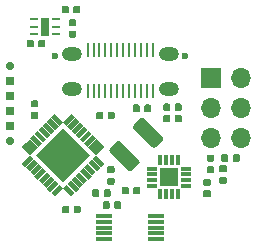
<source format=gbr>
G04 #@! TF.GenerationSoftware,KiCad,Pcbnew,(5.99.0-417-g8bd2765f3)*
G04 #@! TF.CreationDate,2020-07-20T21:20:45-04:00*
G04 #@! TF.ProjectId,bias,62696173-2e6b-4696-9361-645f70636258,rev?*
G04 #@! TF.SameCoordinates,Original*
G04 #@! TF.FileFunction,Soldermask,Top*
G04 #@! TF.FilePolarity,Negative*
%FSLAX46Y46*%
G04 Gerber Fmt 4.6, Leading zero omitted, Abs format (unit mm)*
G04 Created by KiCad (PCBNEW (5.99.0-417-g8bd2765f3)) date 2020-07-20 21:20:45*
%MOMM*%
%LPD*%
G04 APERTURE LIST*
%ADD10R,0.700000X0.700000*%
%ADD11C,0.704800*%
%ADD12C,0.400000*%
%ADD13R,0.850000X0.300000*%
%ADD14R,0.300000X0.850000*%
%ADD15R,1.550000X1.550000*%
%ADD16C,0.600000*%
%ADD17O,1.700000X1.200000*%
%ADD18R,0.270000X1.150000*%
%ADD19R,1.400000X0.300000*%
%ADD20R,1.700000X1.700000*%
%ADD21O,1.700000X1.700000*%
%ADD22R,0.800000X1.600000*%
%ADD23R,0.729800X0.248400*%
G04 APERTURE END LIST*
G36*
X199098146Y-105706628D02*
G01*
X199145998Y-105738602D01*
X199177972Y-105786454D01*
X199189200Y-105842900D01*
X199189200Y-106137900D01*
X199177972Y-106194346D01*
X199145998Y-106242198D01*
X199098146Y-106274172D01*
X199041700Y-106285400D01*
X198696700Y-106285400D01*
X198640254Y-106274172D01*
X198592402Y-106242198D01*
X198560428Y-106194346D01*
X198549200Y-106137900D01*
X198549200Y-105842900D01*
X198560428Y-105786454D01*
X198592402Y-105738602D01*
X198640254Y-105706628D01*
X198696700Y-105695400D01*
X199041700Y-105695400D01*
X199098146Y-105706628D01*
G37*
G36*
X199098146Y-106676628D02*
G01*
X199145998Y-106708602D01*
X199177972Y-106756454D01*
X199189200Y-106812900D01*
X199189200Y-107107900D01*
X199177972Y-107164346D01*
X199145998Y-107212198D01*
X199098146Y-107244172D01*
X199041700Y-107255400D01*
X198696700Y-107255400D01*
X198640254Y-107244172D01*
X198592402Y-107212198D01*
X198560428Y-107164346D01*
X198549200Y-107107900D01*
X198549200Y-106812900D01*
X198560428Y-106756454D01*
X198592402Y-106708602D01*
X198640254Y-106676628D01*
X198696700Y-106665400D01*
X199041700Y-106665400D01*
X199098146Y-106676628D01*
G37*
G36*
X195218146Y-92111628D02*
G01*
X195265998Y-92143602D01*
X195297972Y-92191454D01*
X195309200Y-92247900D01*
X195309200Y-92592900D01*
X195297972Y-92649346D01*
X195265998Y-92697198D01*
X195218146Y-92729172D01*
X195161700Y-92740400D01*
X194866700Y-92740400D01*
X194810254Y-92729172D01*
X194762402Y-92697198D01*
X194730428Y-92649346D01*
X194719200Y-92592900D01*
X194719200Y-92247900D01*
X194730428Y-92191454D01*
X194762402Y-92143602D01*
X194810254Y-92111628D01*
X194866700Y-92100400D01*
X195161700Y-92100400D01*
X195218146Y-92111628D01*
G37*
G36*
X196188146Y-92111628D02*
G01*
X196235998Y-92143602D01*
X196267972Y-92191454D01*
X196279200Y-92247900D01*
X196279200Y-92592900D01*
X196267972Y-92649346D01*
X196235998Y-92697198D01*
X196188146Y-92729172D01*
X196131700Y-92740400D01*
X195836700Y-92740400D01*
X195780254Y-92729172D01*
X195732402Y-92697198D01*
X195700428Y-92649346D01*
X195689200Y-92592900D01*
X195689200Y-92247900D01*
X195700428Y-92191454D01*
X195732402Y-92143602D01*
X195780254Y-92111628D01*
X195836700Y-92100400D01*
X196131700Y-92100400D01*
X196188146Y-92111628D01*
G37*
G36*
X198123146Y-101091628D02*
G01*
X198170998Y-101123602D01*
X198202972Y-101171454D01*
X198214200Y-101227900D01*
X198214200Y-101572900D01*
X198202972Y-101629346D01*
X198170998Y-101677198D01*
X198123146Y-101709172D01*
X198066700Y-101720400D01*
X197771700Y-101720400D01*
X197715254Y-101709172D01*
X197667402Y-101677198D01*
X197635428Y-101629346D01*
X197624200Y-101572900D01*
X197624200Y-101227900D01*
X197635428Y-101171454D01*
X197667402Y-101123602D01*
X197715254Y-101091628D01*
X197771700Y-101080400D01*
X198066700Y-101080400D01*
X198123146Y-101091628D01*
G37*
G36*
X199093146Y-101091628D02*
G01*
X199140998Y-101123602D01*
X199172972Y-101171454D01*
X199184200Y-101227900D01*
X199184200Y-101572900D01*
X199172972Y-101629346D01*
X199140998Y-101677198D01*
X199093146Y-101709172D01*
X199036700Y-101720400D01*
X198741700Y-101720400D01*
X198685254Y-101709172D01*
X198637402Y-101677198D01*
X198605428Y-101629346D01*
X198594200Y-101572900D01*
X198594200Y-101227900D01*
X198605428Y-101171454D01*
X198637402Y-101123602D01*
X198685254Y-101091628D01*
X198741700Y-101080400D01*
X199036700Y-101080400D01*
X199093146Y-101091628D01*
G37*
G36*
X197788146Y-107666628D02*
G01*
X197835998Y-107698602D01*
X197867972Y-107746454D01*
X197879200Y-107802900D01*
X197879200Y-108147900D01*
X197867972Y-108204346D01*
X197835998Y-108252198D01*
X197788146Y-108284172D01*
X197731700Y-108295400D01*
X197436700Y-108295400D01*
X197380254Y-108284172D01*
X197332402Y-108252198D01*
X197300428Y-108204346D01*
X197289200Y-108147900D01*
X197289200Y-107802900D01*
X197300428Y-107746454D01*
X197332402Y-107698602D01*
X197380254Y-107666628D01*
X197436700Y-107655400D01*
X197731700Y-107655400D01*
X197788146Y-107666628D01*
G37*
G36*
X198758146Y-107666628D02*
G01*
X198805998Y-107698602D01*
X198837972Y-107746454D01*
X198849200Y-107802900D01*
X198849200Y-108147900D01*
X198837972Y-108204346D01*
X198805998Y-108252198D01*
X198758146Y-108284172D01*
X198701700Y-108295400D01*
X198406700Y-108295400D01*
X198350254Y-108284172D01*
X198302402Y-108252198D01*
X198270428Y-108204346D01*
X198259200Y-108147900D01*
X198259200Y-107802900D01*
X198270428Y-107746454D01*
X198302402Y-107698602D01*
X198350254Y-107666628D01*
X198406700Y-107655400D01*
X198701700Y-107655400D01*
X198758146Y-107666628D01*
G37*
G36*
X209698146Y-104691628D02*
G01*
X209745998Y-104723602D01*
X209777972Y-104771454D01*
X209789200Y-104827900D01*
X209789200Y-105172900D01*
X209777972Y-105229346D01*
X209745998Y-105277198D01*
X209698146Y-105309172D01*
X209641700Y-105320400D01*
X209346700Y-105320400D01*
X209290254Y-105309172D01*
X209242402Y-105277198D01*
X209210428Y-105229346D01*
X209199200Y-105172900D01*
X209199200Y-104827900D01*
X209210428Y-104771454D01*
X209242402Y-104723602D01*
X209290254Y-104691628D01*
X209346700Y-104680400D01*
X209641700Y-104680400D01*
X209698146Y-104691628D01*
G37*
G36*
X208728146Y-104691628D02*
G01*
X208775998Y-104723602D01*
X208807972Y-104771454D01*
X208819200Y-104827900D01*
X208819200Y-105172900D01*
X208807972Y-105229346D01*
X208775998Y-105277198D01*
X208728146Y-105309172D01*
X208671700Y-105320400D01*
X208376700Y-105320400D01*
X208320254Y-105309172D01*
X208272402Y-105277198D01*
X208240428Y-105229346D01*
X208229200Y-105172900D01*
X208229200Y-104827900D01*
X208240428Y-104771454D01*
X208272402Y-104723602D01*
X208320254Y-104691628D01*
X208376700Y-104680400D01*
X208671700Y-104680400D01*
X208728146Y-104691628D01*
G37*
G36*
X208608146Y-106591628D02*
G01*
X208655998Y-106623602D01*
X208687972Y-106671454D01*
X208699200Y-106727900D01*
X208699200Y-107022900D01*
X208687972Y-107079346D01*
X208655998Y-107127198D01*
X208608146Y-107159172D01*
X208551700Y-107170400D01*
X208206700Y-107170400D01*
X208150254Y-107159172D01*
X208102402Y-107127198D01*
X208070428Y-107079346D01*
X208059200Y-107022900D01*
X208059200Y-106727900D01*
X208070428Y-106671454D01*
X208102402Y-106623602D01*
X208150254Y-106591628D01*
X208206700Y-106580400D01*
X208551700Y-106580400D01*
X208608146Y-106591628D01*
G37*
G36*
X208608146Y-105621628D02*
G01*
X208655998Y-105653602D01*
X208687972Y-105701454D01*
X208699200Y-105757900D01*
X208699200Y-106052900D01*
X208687972Y-106109346D01*
X208655998Y-106157198D01*
X208608146Y-106189172D01*
X208551700Y-106200400D01*
X208206700Y-106200400D01*
X208150254Y-106189172D01*
X208102402Y-106157198D01*
X208070428Y-106109346D01*
X208059200Y-106052900D01*
X208059200Y-105757900D01*
X208070428Y-105701454D01*
X208102402Y-105653602D01*
X208150254Y-105621628D01*
X208206700Y-105610400D01*
X208551700Y-105610400D01*
X208608146Y-105621628D01*
G37*
G36*
X207548146Y-105701628D02*
G01*
X207595998Y-105733602D01*
X207627972Y-105781454D01*
X207639200Y-105837900D01*
X207639200Y-106132900D01*
X207627972Y-106189346D01*
X207595998Y-106237198D01*
X207548146Y-106269172D01*
X207491700Y-106280400D01*
X207146700Y-106280400D01*
X207090254Y-106269172D01*
X207042402Y-106237198D01*
X207010428Y-106189346D01*
X206999200Y-106132900D01*
X206999200Y-105837900D01*
X207010428Y-105781454D01*
X207042402Y-105733602D01*
X207090254Y-105701628D01*
X207146700Y-105690400D01*
X207491700Y-105690400D01*
X207548146Y-105701628D01*
G37*
G36*
X207548146Y-104731628D02*
G01*
X207595998Y-104763602D01*
X207627972Y-104811454D01*
X207639200Y-104867900D01*
X207639200Y-105162900D01*
X207627972Y-105219346D01*
X207595998Y-105267198D01*
X207548146Y-105299172D01*
X207491700Y-105310400D01*
X207146700Y-105310400D01*
X207090254Y-105299172D01*
X207042402Y-105267198D01*
X207010428Y-105219346D01*
X206999200Y-105162900D01*
X206999200Y-104867900D01*
X207010428Y-104811454D01*
X207042402Y-104763602D01*
X207090254Y-104731628D01*
X207146700Y-104720400D01*
X207491700Y-104720400D01*
X207548146Y-104731628D01*
G37*
G36*
X203813146Y-101341628D02*
G01*
X203860998Y-101373602D01*
X203892972Y-101421454D01*
X203904200Y-101477900D01*
X203904200Y-101822900D01*
X203892972Y-101879346D01*
X203860998Y-101927198D01*
X203813146Y-101959172D01*
X203756700Y-101970400D01*
X203461700Y-101970400D01*
X203405254Y-101959172D01*
X203357402Y-101927198D01*
X203325428Y-101879346D01*
X203314200Y-101822900D01*
X203314200Y-101477900D01*
X203325428Y-101421454D01*
X203357402Y-101373602D01*
X203405254Y-101341628D01*
X203461700Y-101330400D01*
X203756700Y-101330400D01*
X203813146Y-101341628D01*
G37*
G36*
X204783146Y-101341628D02*
G01*
X204830998Y-101373602D01*
X204862972Y-101421454D01*
X204874200Y-101477900D01*
X204874200Y-101822900D01*
X204862972Y-101879346D01*
X204830998Y-101927198D01*
X204783146Y-101959172D01*
X204726700Y-101970400D01*
X204431700Y-101970400D01*
X204375254Y-101959172D01*
X204327402Y-101927198D01*
X204295428Y-101879346D01*
X204284200Y-101822900D01*
X204284200Y-101477900D01*
X204295428Y-101421454D01*
X204327402Y-101373602D01*
X204375254Y-101341628D01*
X204431700Y-101330400D01*
X204726700Y-101330400D01*
X204783146Y-101341628D01*
G37*
G36*
X200298146Y-107461628D02*
G01*
X200345998Y-107493602D01*
X200377972Y-107541454D01*
X200389200Y-107597900D01*
X200389200Y-107942900D01*
X200377972Y-107999346D01*
X200345998Y-108047198D01*
X200298146Y-108079172D01*
X200241700Y-108090400D01*
X199946700Y-108090400D01*
X199890254Y-108079172D01*
X199842402Y-108047198D01*
X199810428Y-107999346D01*
X199799200Y-107942900D01*
X199799200Y-107597900D01*
X199810428Y-107541454D01*
X199842402Y-107493602D01*
X199890254Y-107461628D01*
X199946700Y-107450400D01*
X200241700Y-107450400D01*
X200298146Y-107461628D01*
G37*
G36*
X201268146Y-107461628D02*
G01*
X201315998Y-107493602D01*
X201347972Y-107541454D01*
X201359200Y-107597900D01*
X201359200Y-107942900D01*
X201347972Y-107999346D01*
X201315998Y-108047198D01*
X201268146Y-108079172D01*
X201211700Y-108090400D01*
X200916700Y-108090400D01*
X200860254Y-108079172D01*
X200812402Y-108047198D01*
X200780428Y-107999346D01*
X200769200Y-107942900D01*
X200769200Y-107597900D01*
X200780428Y-107541454D01*
X200812402Y-107493602D01*
X200860254Y-107461628D01*
X200916700Y-107450400D01*
X201211700Y-107450400D01*
X201268146Y-107461628D01*
G37*
G36*
X195248146Y-109063628D02*
G01*
X195295998Y-109095602D01*
X195327972Y-109143454D01*
X195339200Y-109199900D01*
X195339200Y-109544900D01*
X195327972Y-109601346D01*
X195295998Y-109649198D01*
X195248146Y-109681172D01*
X195191700Y-109692400D01*
X194896700Y-109692400D01*
X194840254Y-109681172D01*
X194792402Y-109649198D01*
X194760428Y-109601346D01*
X194749200Y-109544900D01*
X194749200Y-109199900D01*
X194760428Y-109143454D01*
X194792402Y-109095602D01*
X194840254Y-109063628D01*
X194896700Y-109052400D01*
X195191700Y-109052400D01*
X195248146Y-109063628D01*
G37*
G36*
X196218146Y-109063628D02*
G01*
X196265998Y-109095602D01*
X196297972Y-109143454D01*
X196309200Y-109199900D01*
X196309200Y-109544900D01*
X196297972Y-109601346D01*
X196265998Y-109649198D01*
X196218146Y-109681172D01*
X196161700Y-109692400D01*
X195866700Y-109692400D01*
X195810254Y-109681172D01*
X195762402Y-109649198D01*
X195730428Y-109601346D01*
X195719200Y-109544900D01*
X195719200Y-109199900D01*
X195730428Y-109143454D01*
X195762402Y-109095602D01*
X195810254Y-109063628D01*
X195866700Y-109052400D01*
X196161700Y-109052400D01*
X196218146Y-109063628D01*
G37*
D10*
X190359200Y-98525400D03*
X190359200Y-99795400D03*
X190359200Y-101065400D03*
D11*
X190359200Y-97255400D03*
D10*
X190359200Y-102335400D03*
D11*
X190359200Y-103605400D03*
G36*
X193811172Y-101578036D02*
G01*
X194108157Y-101281051D01*
X194808192Y-101981086D01*
X194511207Y-102278071D01*
X193811172Y-101578036D01*
G37*
G36*
X197311351Y-104455960D02*
G01*
X198011386Y-103755925D01*
X198308371Y-104052910D01*
X197608336Y-104752945D01*
X197311351Y-104455960D01*
G37*
G36*
X194836477Y-107553089D02*
G01*
X195133462Y-107256104D01*
X195833497Y-107956139D01*
X195536512Y-108253124D01*
X194836477Y-107553089D01*
G37*
G36*
X192559592Y-104767087D02*
G01*
X194822334Y-102504345D01*
X197085076Y-104767087D01*
X194822334Y-107029829D01*
X192559592Y-104767087D01*
G37*
D12*
X194822334Y-103352874D03*
X195529441Y-104059981D03*
X196236548Y-104767087D03*
X194115228Y-104059981D03*
X194822334Y-104767087D03*
X195529441Y-105474194D03*
X193408121Y-104767087D03*
X194115228Y-105474194D03*
X194822334Y-106181301D03*
G36*
X191336298Y-105481265D02*
G01*
X192036333Y-104781230D01*
X192333318Y-105078215D01*
X191633283Y-105778250D01*
X191336298Y-105481265D01*
G37*
G36*
X191689852Y-105834818D02*
G01*
X192389887Y-105134783D01*
X192686872Y-105431768D01*
X191986837Y-106131803D01*
X191689852Y-105834818D01*
G37*
G36*
X192043405Y-106188372D02*
G01*
X192743440Y-105488337D01*
X193040425Y-105785322D01*
X192340390Y-106485357D01*
X192043405Y-106188372D01*
G37*
G36*
X192396958Y-106541925D02*
G01*
X193096993Y-105841890D01*
X193393978Y-106138875D01*
X192693943Y-106838910D01*
X192396958Y-106541925D01*
G37*
G36*
X192750512Y-106895478D02*
G01*
X193450547Y-106195443D01*
X193747532Y-106492428D01*
X193047497Y-107192463D01*
X192750512Y-106895478D01*
G37*
G36*
X193104065Y-107249032D02*
G01*
X193804100Y-106548997D01*
X194101085Y-106845982D01*
X193401050Y-107546017D01*
X193104065Y-107249032D01*
G37*
G36*
X193457619Y-107602585D02*
G01*
X194157654Y-106902550D01*
X194454639Y-107199535D01*
X193754604Y-107899570D01*
X193457619Y-107602585D01*
G37*
G36*
X193811172Y-107956139D02*
G01*
X194511207Y-107256104D01*
X194808192Y-107553089D01*
X194108157Y-108253124D01*
X193811172Y-107956139D01*
G37*
G36*
X195190030Y-107199535D02*
G01*
X195487015Y-106902550D01*
X196187050Y-107602585D01*
X195890065Y-107899570D01*
X195190030Y-107199535D01*
G37*
G36*
X195543584Y-106845982D02*
G01*
X195840569Y-106548997D01*
X196540604Y-107249032D01*
X196243619Y-107546017D01*
X195543584Y-106845982D01*
G37*
G36*
X195897137Y-106492428D02*
G01*
X196194122Y-106195443D01*
X196894157Y-106895478D01*
X196597172Y-107192463D01*
X195897137Y-106492428D01*
G37*
G36*
X196250690Y-106138875D02*
G01*
X196547675Y-105841890D01*
X197247710Y-106541925D01*
X196950725Y-106838910D01*
X196250690Y-106138875D01*
G37*
G36*
X196604244Y-105785322D02*
G01*
X196901229Y-105488337D01*
X197601264Y-106188372D01*
X197304279Y-106485357D01*
X196604244Y-105785322D01*
G37*
G36*
X196957797Y-105431768D02*
G01*
X197254782Y-105134783D01*
X197954817Y-105834818D01*
X197657832Y-106131803D01*
X196957797Y-105431768D01*
G37*
G36*
X197311351Y-105078215D02*
G01*
X197608336Y-104781230D01*
X198308371Y-105481265D01*
X198011386Y-105778250D01*
X197311351Y-105078215D01*
G37*
G36*
X196957797Y-104102407D02*
G01*
X197657832Y-103402372D01*
X197954817Y-103699357D01*
X197254782Y-104399392D01*
X196957797Y-104102407D01*
G37*
G36*
X196604244Y-103748853D02*
G01*
X197304279Y-103048818D01*
X197601264Y-103345803D01*
X196901229Y-104045838D01*
X196604244Y-103748853D01*
G37*
G36*
X196250690Y-103395300D02*
G01*
X196950725Y-102695265D01*
X197247710Y-102992250D01*
X196547675Y-103692285D01*
X196250690Y-103395300D01*
G37*
G36*
X195897137Y-103041746D02*
G01*
X196597172Y-102341711D01*
X196894157Y-102638696D01*
X196194122Y-103338731D01*
X195897137Y-103041746D01*
G37*
G36*
X195543584Y-102688193D02*
G01*
X196243619Y-101988158D01*
X196540604Y-102285143D01*
X195840569Y-102985178D01*
X195543584Y-102688193D01*
G37*
G36*
X195190030Y-102334640D02*
G01*
X195890065Y-101634605D01*
X196187050Y-101931590D01*
X195487015Y-102631625D01*
X195190030Y-102334640D01*
G37*
G36*
X194836477Y-101981086D02*
G01*
X195536512Y-101281051D01*
X195833497Y-101578036D01*
X195133462Y-102278071D01*
X194836477Y-101981086D01*
G37*
G36*
X193457619Y-101931590D02*
G01*
X193754604Y-101634605D01*
X194454639Y-102334640D01*
X194157654Y-102631625D01*
X193457619Y-101931590D01*
G37*
G36*
X193104065Y-102285143D02*
G01*
X193401050Y-101988158D01*
X194101085Y-102688193D01*
X193804100Y-102985178D01*
X193104065Y-102285143D01*
G37*
G36*
X192750512Y-102638696D02*
G01*
X193047497Y-102341711D01*
X193747532Y-103041746D01*
X193450547Y-103338731D01*
X192750512Y-102638696D01*
G37*
G36*
X192396958Y-102992250D02*
G01*
X192693943Y-102695265D01*
X193393978Y-103395300D01*
X193096993Y-103692285D01*
X192396958Y-102992250D01*
G37*
G36*
X192043405Y-103345803D02*
G01*
X192340390Y-103048818D01*
X193040425Y-103748853D01*
X192743440Y-104045838D01*
X192043405Y-103345803D01*
G37*
G36*
X191689852Y-103699357D02*
G01*
X191986837Y-103402372D01*
X192686872Y-104102407D01*
X192389887Y-104399392D01*
X191689852Y-103699357D01*
G37*
G36*
X191336298Y-104052910D02*
G01*
X191633283Y-103755925D01*
X192333318Y-104455960D01*
X192036333Y-104752945D01*
X191336298Y-104052910D01*
G37*
D13*
X205264200Y-107400400D03*
X205264200Y-106900400D03*
X205264200Y-106400400D03*
X205264200Y-105900400D03*
D14*
X204564200Y-105200400D03*
X204064200Y-105200400D03*
X203564200Y-105200400D03*
X203064200Y-105200400D03*
D13*
X202364200Y-105900400D03*
X202364200Y-106400400D03*
X202364200Y-106900400D03*
X202364200Y-107400400D03*
D14*
X203064200Y-108100400D03*
X203564200Y-108100400D03*
X204064200Y-108100400D03*
X204564200Y-108100400D03*
D15*
X203814200Y-106650400D03*
G36*
X193220946Y-95017428D02*
G01*
X193268798Y-95049402D01*
X193300772Y-95097254D01*
X193312000Y-95153700D01*
X193312000Y-95498700D01*
X193300772Y-95555146D01*
X193268798Y-95602998D01*
X193220946Y-95634972D01*
X193164500Y-95646200D01*
X192869500Y-95646200D01*
X192813054Y-95634972D01*
X192765202Y-95602998D01*
X192733228Y-95555146D01*
X192722000Y-95498700D01*
X192722000Y-95153700D01*
X192733228Y-95097254D01*
X192765202Y-95049402D01*
X192813054Y-95017428D01*
X192869500Y-95006200D01*
X193164500Y-95006200D01*
X193220946Y-95017428D01*
G37*
G36*
X192250946Y-95017428D02*
G01*
X192298798Y-95049402D01*
X192330772Y-95097254D01*
X192342000Y-95153700D01*
X192342000Y-95498700D01*
X192330772Y-95555146D01*
X192298798Y-95602998D01*
X192250946Y-95634972D01*
X192194500Y-95646200D01*
X191899500Y-95646200D01*
X191843054Y-95634972D01*
X191795202Y-95602998D01*
X191763228Y-95555146D01*
X191752000Y-95498700D01*
X191752000Y-95153700D01*
X191763228Y-95097254D01*
X191795202Y-95049402D01*
X191843054Y-95017428D01*
X191899500Y-95006200D01*
X192194500Y-95006200D01*
X192250946Y-95017428D01*
G37*
G36*
X195868346Y-94239628D02*
G01*
X195916198Y-94271602D01*
X195948172Y-94319454D01*
X195959400Y-94375900D01*
X195959400Y-94670900D01*
X195948172Y-94727346D01*
X195916198Y-94775198D01*
X195868346Y-94807172D01*
X195811900Y-94818400D01*
X195466900Y-94818400D01*
X195410454Y-94807172D01*
X195362602Y-94775198D01*
X195330628Y-94727346D01*
X195319400Y-94670900D01*
X195319400Y-94375900D01*
X195330628Y-94319454D01*
X195362602Y-94271602D01*
X195410454Y-94239628D01*
X195466900Y-94228400D01*
X195811900Y-94228400D01*
X195868346Y-94239628D01*
G37*
G36*
X195868346Y-93269628D02*
G01*
X195916198Y-93301602D01*
X195948172Y-93349454D01*
X195959400Y-93405900D01*
X195959400Y-93700900D01*
X195948172Y-93757346D01*
X195916198Y-93805198D01*
X195868346Y-93837172D01*
X195811900Y-93848400D01*
X195466900Y-93848400D01*
X195410454Y-93837172D01*
X195362602Y-93805198D01*
X195330628Y-93757346D01*
X195319400Y-93700900D01*
X195319400Y-93405900D01*
X195330628Y-93349454D01*
X195362602Y-93301602D01*
X195410454Y-93269628D01*
X195466900Y-93258400D01*
X195811900Y-93258400D01*
X195868346Y-93269628D01*
G37*
G36*
X192648146Y-100151628D02*
G01*
X192695998Y-100183602D01*
X192727972Y-100231454D01*
X192739200Y-100287900D01*
X192739200Y-100582900D01*
X192727972Y-100639346D01*
X192695998Y-100687198D01*
X192648146Y-100719172D01*
X192591700Y-100730400D01*
X192246700Y-100730400D01*
X192190254Y-100719172D01*
X192142402Y-100687198D01*
X192110428Y-100639346D01*
X192099200Y-100582900D01*
X192099200Y-100287900D01*
X192110428Y-100231454D01*
X192142402Y-100183602D01*
X192190254Y-100151628D01*
X192246700Y-100140400D01*
X192591700Y-100140400D01*
X192648146Y-100151628D01*
G37*
G36*
X192648146Y-101121628D02*
G01*
X192695998Y-101153602D01*
X192727972Y-101201454D01*
X192739200Y-101257900D01*
X192739200Y-101552900D01*
X192727972Y-101609346D01*
X192695998Y-101657198D01*
X192648146Y-101689172D01*
X192591700Y-101700400D01*
X192246700Y-101700400D01*
X192190254Y-101689172D01*
X192142402Y-101657198D01*
X192110428Y-101609346D01*
X192099200Y-101552900D01*
X192099200Y-101257900D01*
X192110428Y-101201454D01*
X192142402Y-101153602D01*
X192190254Y-101121628D01*
X192246700Y-101110400D01*
X192591700Y-101110400D01*
X192648146Y-101121628D01*
G37*
G36*
X203807946Y-100402228D02*
G01*
X203855798Y-100434202D01*
X203887772Y-100482054D01*
X203899000Y-100538500D01*
X203899000Y-100883500D01*
X203887772Y-100939946D01*
X203855798Y-100987798D01*
X203807946Y-101019772D01*
X203751500Y-101031000D01*
X203456500Y-101031000D01*
X203400054Y-101019772D01*
X203352202Y-100987798D01*
X203320228Y-100939946D01*
X203309000Y-100883500D01*
X203309000Y-100538500D01*
X203320228Y-100482054D01*
X203352202Y-100434202D01*
X203400054Y-100402228D01*
X203456500Y-100391000D01*
X203751500Y-100391000D01*
X203807946Y-100402228D01*
G37*
G36*
X204777946Y-100402228D02*
G01*
X204825798Y-100434202D01*
X204857772Y-100482054D01*
X204869000Y-100538500D01*
X204869000Y-100883500D01*
X204857772Y-100939946D01*
X204825798Y-100987798D01*
X204777946Y-101019772D01*
X204721500Y-101031000D01*
X204426500Y-101031000D01*
X204370054Y-101019772D01*
X204322202Y-100987798D01*
X204290228Y-100939946D01*
X204279000Y-100883500D01*
X204279000Y-100538500D01*
X204290228Y-100482054D01*
X204322202Y-100434202D01*
X204370054Y-100402228D01*
X204426500Y-100391000D01*
X204721500Y-100391000D01*
X204777946Y-100402228D01*
G37*
G36*
X207238146Y-107746628D02*
G01*
X207285998Y-107778602D01*
X207317972Y-107826454D01*
X207329200Y-107882900D01*
X207329200Y-108177900D01*
X207317972Y-108234346D01*
X207285998Y-108282198D01*
X207238146Y-108314172D01*
X207181700Y-108325400D01*
X206836700Y-108325400D01*
X206780254Y-108314172D01*
X206732402Y-108282198D01*
X206700428Y-108234346D01*
X206689200Y-108177900D01*
X206689200Y-107882900D01*
X206700428Y-107826454D01*
X206732402Y-107778602D01*
X206780254Y-107746628D01*
X206836700Y-107735400D01*
X207181700Y-107735400D01*
X207238146Y-107746628D01*
G37*
G36*
X207238146Y-106776628D02*
G01*
X207285998Y-106808602D01*
X207317972Y-106856454D01*
X207329200Y-106912900D01*
X207329200Y-107207900D01*
X207317972Y-107264346D01*
X207285998Y-107312198D01*
X207238146Y-107344172D01*
X207181700Y-107355400D01*
X206836700Y-107355400D01*
X206780254Y-107344172D01*
X206732402Y-107312198D01*
X206700428Y-107264346D01*
X206689200Y-107207900D01*
X206689200Y-106912900D01*
X206700428Y-106856454D01*
X206732402Y-106808602D01*
X206780254Y-106776628D01*
X206836700Y-106765400D01*
X207181700Y-106765400D01*
X207238146Y-106776628D01*
G37*
G36*
X202188146Y-100491628D02*
G01*
X202235998Y-100523602D01*
X202267972Y-100571454D01*
X202279200Y-100627900D01*
X202279200Y-100972900D01*
X202267972Y-101029346D01*
X202235998Y-101077198D01*
X202188146Y-101109172D01*
X202131700Y-101120400D01*
X201836700Y-101120400D01*
X201780254Y-101109172D01*
X201732402Y-101077198D01*
X201700428Y-101029346D01*
X201689200Y-100972900D01*
X201689200Y-100627900D01*
X201700428Y-100571454D01*
X201732402Y-100523602D01*
X201780254Y-100491628D01*
X201836700Y-100480400D01*
X202131700Y-100480400D01*
X202188146Y-100491628D01*
G37*
G36*
X201218146Y-100491628D02*
G01*
X201265998Y-100523602D01*
X201297972Y-100571454D01*
X201309200Y-100627900D01*
X201309200Y-100972900D01*
X201297972Y-101029346D01*
X201265998Y-101077198D01*
X201218146Y-101109172D01*
X201161700Y-101120400D01*
X200866700Y-101120400D01*
X200810254Y-101109172D01*
X200762402Y-101077198D01*
X200730428Y-101029346D01*
X200719200Y-100972900D01*
X200719200Y-100627900D01*
X200730428Y-100571454D01*
X200762402Y-100523602D01*
X200810254Y-100491628D01*
X200866700Y-100480400D01*
X201161700Y-100480400D01*
X201218146Y-100491628D01*
G37*
G36*
X199647146Y-108682628D02*
G01*
X199694998Y-108714602D01*
X199726972Y-108762454D01*
X199738200Y-108818900D01*
X199738200Y-109163900D01*
X199726972Y-109220346D01*
X199694998Y-109268198D01*
X199647146Y-109300172D01*
X199590700Y-109311400D01*
X199295700Y-109311400D01*
X199239254Y-109300172D01*
X199191402Y-109268198D01*
X199159428Y-109220346D01*
X199148200Y-109163900D01*
X199148200Y-108818900D01*
X199159428Y-108762454D01*
X199191402Y-108714602D01*
X199239254Y-108682628D01*
X199295700Y-108671400D01*
X199590700Y-108671400D01*
X199647146Y-108682628D01*
G37*
G36*
X198677146Y-108682628D02*
G01*
X198724998Y-108714602D01*
X198756972Y-108762454D01*
X198768200Y-108818900D01*
X198768200Y-109163900D01*
X198756972Y-109220346D01*
X198724998Y-109268198D01*
X198677146Y-109300172D01*
X198620700Y-109311400D01*
X198325700Y-109311400D01*
X198269254Y-109300172D01*
X198221402Y-109268198D01*
X198189428Y-109220346D01*
X198178200Y-109163900D01*
X198178200Y-108818900D01*
X198189428Y-108762454D01*
X198221402Y-108714602D01*
X198269254Y-108682628D01*
X198325700Y-108671400D01*
X198620700Y-108671400D01*
X198677146Y-108682628D01*
G37*
D16*
X194159240Y-96372680D03*
X205159240Y-96372680D03*
D17*
X195559240Y-96202680D03*
X203759239Y-96202680D03*
X195559240Y-99142680D03*
X203759239Y-99142680D03*
D18*
X196909240Y-95847680D03*
X197409240Y-95847680D03*
X197909240Y-95847680D03*
X198409240Y-95847680D03*
X198909240Y-95847680D03*
X199409240Y-95847680D03*
X199909240Y-95847680D03*
X200409240Y-95847680D03*
X200909240Y-95847680D03*
X201409240Y-95847680D03*
X201909240Y-95847680D03*
X202409240Y-95847680D03*
X202409240Y-99347680D03*
X201909240Y-99347680D03*
X201409240Y-99347680D03*
X200909240Y-99347680D03*
X200409240Y-99347680D03*
X199909240Y-99347680D03*
X199409240Y-99347680D03*
X198909240Y-99347680D03*
X198409240Y-99347680D03*
X197909240Y-99347680D03*
X197409240Y-99347680D03*
X196909240Y-99347680D03*
D19*
X198282200Y-109896400D03*
X198282200Y-110396400D03*
X198282200Y-110896400D03*
X198282200Y-111396400D03*
X198282200Y-111896400D03*
X202682200Y-111896400D03*
X202682200Y-111396400D03*
X202682200Y-110896400D03*
X202682200Y-110396400D03*
X202682200Y-109896400D03*
D20*
X207391000Y-98196400D03*
D21*
X209931000Y-98196400D03*
X207391000Y-100736400D03*
X209931000Y-100736400D03*
X207391000Y-103276400D03*
X209931000Y-103276400D03*
G36*
X199624947Y-103584074D02*
G01*
X199706053Y-103638267D01*
X201226333Y-105158547D01*
X201280526Y-105239653D01*
X201299556Y-105335324D01*
X201280526Y-105430995D01*
X201226333Y-105512101D01*
X200696003Y-106042431D01*
X200614897Y-106096624D01*
X200519226Y-106115654D01*
X200423555Y-106096624D01*
X200342449Y-106042431D01*
X198822169Y-104522151D01*
X198767976Y-104441045D01*
X198748946Y-104345374D01*
X198767976Y-104249703D01*
X198822169Y-104168597D01*
X199352499Y-103638267D01*
X199433605Y-103584074D01*
X199529276Y-103565044D01*
X199624947Y-103584074D01*
G37*
G36*
X201604845Y-101604176D02*
G01*
X201685951Y-101658369D01*
X203206231Y-103178649D01*
X203260424Y-103259755D01*
X203279454Y-103355426D01*
X203260424Y-103451097D01*
X203206231Y-103532203D01*
X202675901Y-104062533D01*
X202594795Y-104116726D01*
X202499124Y-104135756D01*
X202403453Y-104116726D01*
X202322347Y-104062533D01*
X200802067Y-102542253D01*
X200747874Y-102461147D01*
X200728844Y-102365476D01*
X200747874Y-102269805D01*
X200802067Y-102188699D01*
X201332397Y-101658369D01*
X201413503Y-101604176D01*
X201509174Y-101585146D01*
X201604845Y-101604176D01*
G37*
D22*
X193319400Y-93878400D03*
D23*
X194259299Y-93228401D03*
X194259299Y-93878400D03*
X194259299Y-94528399D03*
X192379501Y-94528399D03*
X192379501Y-93878400D03*
X192379501Y-93228401D03*
M02*

</source>
